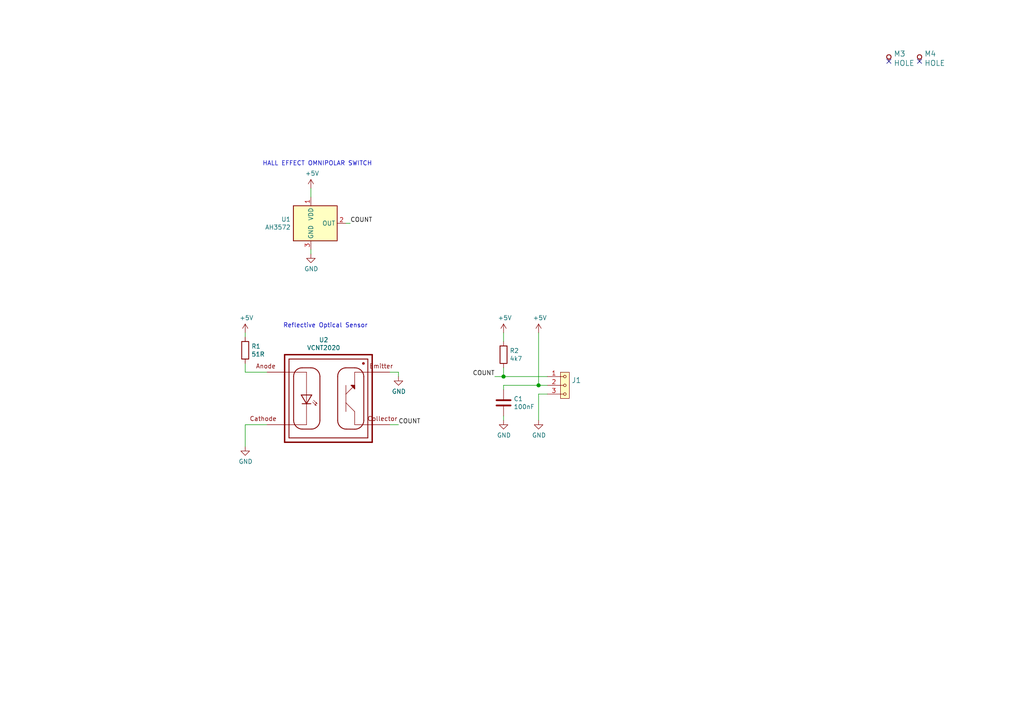
<source format=kicad_sch>
(kicad_sch (version 20210126) (generator eeschema)
  (paper "A4")
  (title_block (title "TFPROBE01A") (date "2021-01-23") (company "ThunderFly s.r.o.") (comment 1 "Omnipolar magnetic and \\n reflective optical probe") (comment 3 "Sensor for \\n TFRPM measuring device"))
  (lib_symbols
    (symbol "Device:C" (pin_numbers hide) (pin_names (offset 0.254))
      (property "Reference" "C" (at 0.635 2.54 0))
      (property "Value" "C" (at 0.635 -2.54 0))
      (symbol "C_0_1"
        (polyline (pts (xy -2.032 -0.762) (xy 2.032 -0.762)) (stroke (width 0.508)))
        (polyline (pts (xy -2.032 0.762) (xy 2.032 0.762)) (stroke (width 0.508)))
      )
      (symbol "C_1_1"
        (pin passive line (at 0 3.81 270) (length 2.794) (name "~") (number "1"))
        (pin passive line (at 0 -3.81 90) (length 2.794) (name "~") (number "2"))
      )
    )
    (symbol "Device:R" (pin_numbers hide) (pin_names (offset 0))
      (property "Reference" "R" (at 2.032 0 90))
      (property "Value" "R" (at 0 0 90))
      (symbol "R_0_1"
        (rectangle (start -1.016 -2.54) (end 1.016 2.54) (stroke (width 0.254)))
      )
      (symbol "R_1_1"
        (pin passive line (at 0 3.81 270) (length 1.27) (name "~") (number "1"))
        (pin passive line (at 0 -3.81 90) (length 1.27) (name "~") (number "2"))
      )
    )
    (symbol "MLAB_HEADER:HEADER_1x03" (pin_names (offset 1.016))
      (property "Reference" "J" (at 0 -5.08 0))
      (property "Value" "HEADER_1x03" (at 0 5.08 0))
      (symbol "HEADER_1x03_0_1"
        (circle (center 0 -2.54) (radius 0.381))
        (circle (center 0 0) (radius 0.381))
        (circle (center 0 2.54) (radius 0.381))
        (rectangle (start -1.27 3.81) (end 1.27 -3.81) (fill (type background)))
        (polyline (pts (xy -1.27 -2.54) (xy -0.381 -2.54)))
        (polyline (pts (xy -1.27 0) (xy -0.381 0)))
        (polyline (pts (xy -1.27 2.54) (xy -0.381 2.54)))
      )
      (symbol "HEADER_1x03_1_1"
        (pin input line (at -5.08 2.54 0) (length 3.81) (name "~") (number "1"))
        (pin input line (at -5.08 0 0) (length 3.81) (name "~") (number "2"))
        (pin input line (at -5.08 -2.54 0) (length 3.81) (name "~") (number "3"))
      )
    )
    (symbol "MLAB_IO:AH3572"
      (property "Reference" "U" (at 8.89 6.35 0))
      (property "Value" "AH3572" (at 8.89 3.81 0))
      (symbol "AH3572_0_1"
        (rectangle (start -5.08 5.08) (end 7.62 -5.08) (stroke (width 0.254)) (fill (type background)))
      )
      (symbol "AH3572_1_1"
        (pin power_in line (at 0 7.62 270) (length 2.54) (name "VDD") (number "1"))
        (pin output line (at 10.16 0 180) (length 2.54) (name "OUT") (number "2"))
        (pin power_in line (at 0 -7.62 90) (length 2.54) (name "GND") (number "3"))
      )
    )
    (symbol "MLAB_IO:VCNT2020" (pin_numbers hide) (pin_names (offset 1.016) hide)
      (property "Reference" "U" (at -12.7 13.462 0))
      (property "Value" "VCNT2020" (at -12.7 -15.24 0))
      (symbol "VCNT2020_0_0"
        (arc (start -10.2616 6.35) (end -7.6454 8.89) (radius (at -7.6962 6.3246) (length 2.5654) (angles 179 89)) (stroke (width 0.254)))
        (arc (start -7.6454 -8.9154) (end -10.2616 -6.35) (radius (at -7.6708 -6.3246) (length 2.5908) (angles -90 180)) (stroke (width 0.254)))
        (arc (start -2.6924 -6.3754) (end -5.2324 -8.89) (radius (at -5.207 -6.3754) (length 2.5146) (angles 0 -90)) (stroke (width 0.254)))
        (arc (start -5.0292 8.89) (end -2.6924 6.3246) (radius (at -5.1562 6.4262) (length 2.4638) (angles 87 -3)) (stroke (width 0.254)))
        (arc (start 4.9022 -8.89) (end 2.4638 -6.3246) (radius (at 4.9784 -6.3754) (length 2.5146) (angles -92 178)) (stroke (width 0.254)))
        (arc (start 2.4638 6.3754) (end 5.08 8.89) (radius (at 5.0292 6.3246) (length 2.5654) (angles 179 89)) (stroke (width 0.254)))
        (arc (start 10.0838 -6.2738) (end 7.5438 -8.89) (radius (at 7.5184 -6.3246) (length 2.5654) (angles 1 -89)) (stroke (width 0.254)))
        (arc (start 7.62 8.89) (end 10.0838 6.4262) (radius (at 7.62 6.4262) (length 2.4638) (angles 90 0)) (stroke (width 0.254)))
        (circle (center -10.16 10.16) (radius 0.127) (stroke (width 0.254)))
        (circle (center -10.16 10.16) (radius 0.254) (stroke (width 0.254)))
        (text "Anode" (at 15.24 8.636 0) (effects (font (size 1.27 1.27)) (justify left bottom)))
        (text "Cathode" (at 14.986 -6.604 0) (effects (font (size 1.27 1.27)) (justify left bottom)))
        (text "Collector" (at -20.066 -6.604 0) (effects (font (size 1.27 1.27)) (justify left bottom)))
        (text "Emitter" (at -18.796 8.636 0) (effects (font (size 1.27 1.27)) (justify left bottom)))
        (polyline (pts (xy -12.7 -12.7) (xy -12.7 -7.62)) (stroke (width 0.4064)))
        (polyline (pts (xy -12.7 -7.62) (xy -12.7 7.62)) (stroke (width 0.4064)))
        (polyline (pts (xy -12.7 -7.62) (xy -11.43 -7.62)) (stroke (width 0.1524)))
        (polyline (pts (xy -12.7 7.62) (xy -12.7 12.7)) (stroke (width 0.4064)))
        (polyline (pts (xy -12.7 7.62) (xy -11.43 7.62)) (stroke (width 0.1524)))
        (polyline (pts (xy -12.7 12.7) (xy 12.7 12.7)) (stroke (width 0.4064)))
        (polyline (pts (xy -11.43 -11.43) (xy 11.43 -11.43)) (stroke (width 0.254)))
        (polyline (pts (xy -11.43 -7.62) (xy -11.43 -11.43)) (stroke (width 0.254)))
        (polyline (pts (xy -11.43 -7.62) (xy -7.62 -7.62)) (stroke (width 0.1524)))
        (polyline (pts (xy -11.43 7.62) (xy -11.43 -7.62)) (stroke (width 0.254)))
        (polyline (pts (xy -11.43 7.62) (xy -7.62 7.62)) (stroke (width 0.1524)))
        (polyline (pts (xy -11.43 11.43) (xy -11.43 7.62)) (stroke (width 0.254)))
        (polyline (pts (xy -10.2616 -6.35) (xy -10.2616 6.35)) (stroke (width 0.254)))
        (polyline (pts (xy -7.6454 8.89) (xy -5.0292 8.89)) (stroke (width 0.254)))
        (polyline (pts (xy -7.62 -7.62) (xy -7.62 -3.81)) (stroke (width 0.1524)))
        (polyline (pts (xy -7.62 2.794) (xy -7.62 3.048)) (stroke (width 0.254)))
        (polyline (pts (xy -7.62 3.048) (xy -7.366 3.302)) (stroke (width 0.254)))
        (polyline (pts (xy -7.62 3.81) (xy -7.62 3.048)) (stroke (width 0.254)))
        (polyline (pts (xy -7.62 3.81) (xy -5.08 1.27)) (stroke (width 0.1524)))
        (polyline (pts (xy -7.62 7.62) (xy -7.62 3.81)) (stroke (width 0.1524)))
        (polyline (pts (xy -7.366 3.302) (xy -7.366 3.556)) (stroke (width 0.254)))
        (polyline (pts (xy -7.366 3.302) (xy -7.112 3.556)) (stroke (width 0.254)))
        (polyline (pts (xy -7.366 3.556) (xy -7.112 3.556)) (stroke (width 0.254)))
        (polyline (pts (xy -7.366 3.81) (xy -7.366 3.556)) (stroke (width 0.1524)))
        (polyline (pts (xy -7.112 3.556) (xy -6.858 3.81)) (stroke (width 0.254)))
        (polyline (pts (xy -7.112 3.81) (xy -7.62 3.81)) (stroke (width 0.254)))
        (polyline (pts (xy -7.112 3.81) (xy -7.366 3.81)) (stroke (width 0.1524)))
        (polyline (pts (xy -6.858 3.81) (xy -7.112 3.81)) (stroke (width 0.254)))
        (polyline (pts (xy -6.858 3.81) (xy -6.604 3.81)) (stroke (width 0.254)))
        (polyline (pts (xy -6.604 3.81) (xy -7.62 2.794)) (stroke (width 0.254)))
        (polyline (pts (xy -5.2324 -8.89) (xy -7.6454 -8.9154)) (stroke (width 0.254)))
        (polyline (pts (xy -5.08 -3.81) (xy -5.08 -1.27)) (stroke (width 0.1524)))
        (polyline (pts (xy -5.08 -1.27) (xy -7.62 -3.81)) (stroke (width 0.1524)))
        (polyline (pts (xy -5.08 1.27) (xy -5.08 -1.27)) (stroke (width 0.1524)))
        (polyline (pts (xy -5.08 1.27) (xy -5.08 3.81)) (stroke (width 0.1524)))
        (polyline (pts (xy -2.6924 6.3246) (xy -2.6924 -6.3754)) (stroke (width 0.254)))
        (polyline (pts (xy 2.4638 -6.3246) (xy 2.4638 6.3754)) (stroke (width 0.254)))
        (polyline (pts (xy 3.302 -1.524) (xy 3.4544 -1.1684)) (stroke (width 0.127)))
        (polyline (pts (xy 3.4544 -1.1684) (xy 3.683 -1.3716)) (stroke (width 0.127)))
        (polyline (pts (xy 3.556 -2.032) (xy 3.7084 -1.6764)) (stroke (width 0.127)))
        (polyline (pts (xy 3.683 -1.3716) (xy 3.302 -1.524)) (stroke (width 0.127)))
        (polyline (pts (xy 3.7084 -1.6764) (xy 3.937 -1.8796)) (stroke (width 0.127)))
        (polyline (pts (xy 3.937 -1.8796) (xy 3.556 -2.032)) (stroke (width 0.127)))
        (polyline (pts (xy 4.318 -0.508) (xy 3.302 -1.524)) (stroke (width 0.127)))
        (polyline (pts (xy 4.572 -1.016) (xy 3.556 -2.032)) (stroke (width 0.127)))
        (polyline (pts (xy 4.826 1.016) (xy 6.35 -1.524)) (stroke (width 0.254)))
        (polyline (pts (xy 5.08 8.89) (xy 7.62 8.89)) (stroke (width 0.254)))
        (polyline (pts (xy 6.35 -7.62) (xy 11.43 -7.62)) (stroke (width 0.1524)))
        (polyline (pts (xy 6.35 -1.524) (xy 5.08 -1.524)) (stroke (width 0.254)))
        (polyline (pts (xy 6.35 -1.524) (xy 7.62 -1.524)) (stroke (width 0.254)))
        (polyline (pts (xy 6.35 -1.524) (xy 7.874 1.016)) (stroke (width 0.254)))
        (polyline (pts (xy 6.35 7.62) (xy 6.35 -7.62)) (stroke (width 0.1524)))
        (polyline (pts (xy 7.5438 -8.89) (xy 4.9022 -8.89)) (stroke (width 0.254)))
        (polyline (pts (xy 7.874 1.016) (xy 4.826 1.016)) (stroke (width 0.254)))
        (polyline (pts (xy 10.0838 6.4262) (xy 10.0838 -6.2738)) (stroke (width 0.254)))
        (polyline (pts (xy 11.43 -11.43) (xy 11.43 -7.62)) (stroke (width 0.254)))
        (polyline (pts (xy 11.43 -7.62) (xy 11.43 7.62)) (stroke (width 0.254)))
        (polyline (pts (xy 11.43 -7.62) (xy 12.7 -7.62)) (stroke (width 0.1524)))
        (polyline (pts (xy 11.43 7.62) (xy 6.35 7.62)) (stroke (width 0.1524)))
        (polyline (pts (xy 11.43 7.62) (xy 11.43 11.43)) (stroke (width 0.254)))
        (polyline (pts (xy 11.43 7.62) (xy 12.7 7.62)) (stroke (width 0.1524)))
        (polyline (pts (xy 11.43 11.43) (xy -11.43 11.43)) (stroke (width 0.254)))
        (polyline (pts (xy 12.7 -12.7) (xy -12.7 -12.7)) (stroke (width 0.4064)))
        (polyline (pts (xy 12.7 -7.62) (xy 12.7 -12.7)) (stroke (width 0.4064)))
        (polyline (pts (xy 12.7 7.62) (xy 12.7 -7.62)) (stroke (width 0.4064)))
        (polyline (pts (xy 12.7 12.7) (xy 12.7 7.62)) (stroke (width 0.4064)))
        (pin passive line (at -17.78 7.62 0) (length 5.08) (name "~") (number "1"))
        (pin passive line (at -17.78 -7.62 0) (length 5.08) (name "~") (number "2"))
        (pin passive line (at 17.78 7.62 180) (length 5.08) (name "~") (number "3"))
        (pin passive line (at 17.78 -7.62 180) (length 5.08) (name "~") (number "4"))
      )
    )
    (symbol "MLAB_MECHANICAL:HOLE" (pin_numbers hide) (pin_names (offset 1.016) hide)
      (property "Reference" "M" (at 0 2.54 0))
      (property "Value" "HOLE" (at 0 -2.54 0))
      (symbol "HOLE_0_1"
        (circle (center 0 0) (radius 0.635) (stroke (width 0.254)))
      )
      (symbol "HOLE_1_1"
        (pin input line (at 1.27 0 180) (length 0.635) (name "~") (number "1"))
      )
    )
    (symbol "power:+5V" (power) (pin_names (offset 0))
      (property "Value" "+5V" (at 0 3.556 0))
      (symbol "+5V_0_1"
        (polyline (pts (xy -0.762 1.27) (xy 0 2.54)))
        (polyline (pts (xy 0 0) (xy 0 2.54)))
        (polyline (pts (xy 0 2.54) (xy 0.762 1.27)))
      )
      (symbol "+5V_1_1"
        (pin power_in line (at 0 0 90) (length 0) hide (name "+5V") (number "1"))
      )
    )
    (symbol "power:GND" (power) (pin_names (offset 0))
      (property "Value" "GND" (at 0 -3.81 0))
      (symbol "GND_0_1"
        (polyline (pts (xy 0 0) (xy 0 -1.27) (xy 1.27 -1.27) (xy 0 -2.54) (xy -1.27 -1.27) (xy 0 -1.27)))
      )
      (symbol "GND_1_1"
        (pin power_in line (at 0 0 270) (length 0) hide (name "GND") (number "1"))
      )
    )
  )
  (junction (at 146.05 109.22) (diameter 1.016))
  (junction (at 156.21 111.76) (diameter 1.016))
  (no_connect (at 257.81 17.78))
  (no_connect (at 266.7 17.78))
  (wire (pts (xy 71.12 96.52) (xy 71.12 97.79)))
  (wire (pts (xy 71.12 105.41) (xy 71.12 107.95)))
  (wire (pts (xy 71.12 107.95) (xy 77.47 107.95)))
  (wire (pts (xy 71.12 123.19) (xy 71.12 129.54)))
  (wire (pts (xy 77.47 123.19) (xy 71.12 123.19)))
  (wire (pts (xy 90.17 54.61) (xy 90.17 57.15)))
  (wire (pts (xy 90.17 72.39) (xy 90.17 73.66)))
  (wire (pts (xy 100.33 64.77) (xy 101.6 64.77)))
  (wire (pts (xy 113.03 107.95) (xy 115.57 107.95)))
  (wire (pts (xy 113.03 123.19) (xy 115.57 123.19)))
  (wire (pts (xy 115.57 107.95) (xy 115.57 109.22)))
  (wire (pts (xy 143.51 109.22) (xy 146.05 109.22)))
  (wire (pts (xy 146.05 96.52) (xy 146.05 99.06)))
  (wire (pts (xy 146.05 106.68) (xy 146.05 109.22)))
  (wire (pts (xy 146.05 109.22) (xy 158.75 109.22)))
  (wire (pts (xy 146.05 111.76) (xy 146.05 113.03)))
  (wire (pts (xy 146.05 120.65) (xy 146.05 121.92)))
  (wire (pts (xy 156.21 96.52) (xy 156.21 111.76)))
  (wire (pts (xy 156.21 111.76) (xy 146.05 111.76)))
  (wire (pts (xy 156.21 111.76) (xy 158.75 111.76)))
  (wire (pts (xy 156.21 114.3) (xy 156.21 121.92)))
  (wire (pts (xy 158.75 114.3) (xy 156.21 114.3)))
  (text "Reflective Optical Sensor" (at 106.68 95.25 180) (effects (font (size 1.27 1.27)) (justify right bottom)))
  (text "HALL EFFECT OMNIPOLAR SWITCH" (at 107.95 48.26 180) (effects (font (size 1.27 1.27)) (justify right bottom)))
  (label "COUNT" (at 101.6 64.77 0))
  (label "COUNT" (at 115.57 123.19 0))
  (label "COUNT" (at 143.51 109.22 180))
  (symbol (lib_id "MLAB_MECHANICAL:HOLE") (at 257.81 16.51 270) (unit 1)
    (property "Reference" "M3" (at 259.2071 15.6007 90) (effects (font (size 1.524 1.524)) (justify left)))
    (property "Value" "HOLE" (at 259.2071 18.3083 90) (effects (font (size 1.524 1.524)) (justify left)))
    (property "Footprint" "Mlab_Mechanical:dira_3mm" (effects hide))
  )
  (symbol (lib_id "MLAB_MECHANICAL:HOLE") (at 266.7 16.51 270) (unit 1)
    (property "Reference" "M4" (at 268.0971 15.6007 90) (effects (font (size 1.524 1.524)) (justify left)))
    (property "Value" "HOLE" (at 268.0971 18.3083 90) (effects (font (size 1.524 1.524)) (justify left)))
    (property "Footprint" "Mlab_Mechanical:dira_3mm" (effects hide))
  )
  (symbol (lib_id "power:+5V") (at 71.12 96.52 0) (unit 1)
    (property "Reference" "#PWR01" (effects hide))
    (property "Value" "+5V" (at 71.4883 92.1956 0))
  )
  (symbol (lib_id "power:+5V") (at 90.17 54.61 0) (unit 1)
    (property "Reference" "#PWR03" (effects hide))
    (property "Value" "+5V" (at 90.5383 50.2856 0))
  )
  (symbol (lib_id "power:+5V") (at 146.05 96.52 0) (unit 1)
    (property "Reference" "#PWR06" (effects hide))
    (property "Value" "+5V" (at 146.4183 92.1956 0))
  )
  (symbol (lib_id "power:+5V") (at 156.21 96.52 0) (unit 1)
    (property "Reference" "#PWR08" (effects hide))
    (property "Value" "+5V" (at 156.5783 92.1956 0))
  )
  (symbol (lib_id "power:GND") (at 71.12 129.54 0) (unit 1)
    (property "Reference" "#PWR02" (effects hide))
    (property "Value" "GND" (at 71.2343 133.8644 0))
  )
  (symbol (lib_id "power:GND") (at 90.17 73.66 0) (unit 1)
    (property "Reference" "#PWR04" (effects hide))
    (property "Value" "GND" (at 90.2843 77.9844 0))
  )
  (symbol (lib_id "power:GND") (at 115.57 109.22 0) (unit 1)
    (property "Reference" "#PWR05" (effects hide))
    (property "Value" "GND" (at 115.6843 113.5444 0))
  )
  (symbol (lib_id "power:GND") (at 146.05 121.92 0) (unit 1)
    (property "Reference" "#PWR07" (effects hide))
    (property "Value" "GND" (at 146.1643 126.2444 0))
  )
  (symbol (lib_id "power:GND") (at 156.21 121.92 0) (unit 1)
    (property "Reference" "#PWR09" (effects hide))
    (property "Value" "GND" (at 156.3243 126.2444 0))
  )
  (symbol (lib_id "Device:R") (at 71.12 101.6 0) (unit 1)
    (property "Reference" "R1" (at 72.8981 100.4506 0) (effects (justify left)))
    (property "Value" "51R" (at 72.898 102.749 0) (effects (justify left)))
    (property "Footprint" "Mlab_R:SMD-0603" (effects hide))
    (property "UST_ID" "5c70984512875079b91f8953" (effects hide))
  )
  (symbol (lib_id "Device:R") (at 146.05 102.87 0) (unit 1)
    (property "Reference" "R2" (at 147.8281 101.7206 0) (effects (justify left)))
    (property "Value" "4k7" (at 147.828 104.019 0) (effects (justify left)))
    (property "Footprint" "Mlab_R:SMD-0805" (effects hide))
    (property "UST_ID" "5c70984612875079b91f8995" (effects hide))
  )
  (symbol (lib_id "Device:C") (at 146.05 116.84 0) (unit 1)
    (property "Reference" "C1" (at 148.9711 115.6906 0) (effects (justify left)))
    (property "Value" "100nF" (at 148.971 117.989 0) (effects (justify left)))
    (property "Footprint" "Mlab_R:SMD-0603" (effects hide))
    (property "Datasheet" "~~" (effects hide))
    (property "UST_ID" "5c70984812875079b91f8bf2" (effects hide))
  )
  (symbol (lib_id "MLAB_HEADER:HEADER_1x03") (at 163.83 111.76 0) (unit 1)
    (property "Reference" "J1" (at 165.7351 110.2919 0) (effects (font (size 1.524 1.524)) (justify left)))
    (property "Value" "HEADER_1x03" (effects hide))
    (property "Footprint" "Mlab_Pin_Headers:Straight_1x03" (effects hide))
  )
  (symbol (lib_id "MLAB_IO:AH3572") (at 90.17 64.77 0) (unit 1)
    (property "Reference" "U1" (at 84.328 63.6206 0) (effects (justify right)))
    (property "Value" "AH3572" (at 84.328 65.9193 0) (effects (justify right)))
    (property "Footprint" "Package_TO_SOT_SMD:SOT-23" (effects hide))
    (property "Datasheet" "https://cz.mouser.com/datasheet/2/115/AH3572-1483253.pdf" (effects hide))
    (property "UST_ID" "5f9d011812875025b39777ea" (effects hide))
  )
  (symbol (lib_id "MLAB_IO:VCNT2020") (at 95.25 115.57 0) (mirror y) (unit 1)
    (property "Reference" "U2" (at 93.8704 98.5836 0))
    (property "Value" "VCNT2020" (at 93.8704 100.8823 0))
    (property "Footprint" "Mlab_IO:XDCR_VCNT2020" (effects hide))
    (property "Datasheet" "https://www.vishay.com/docs/84285/vcnt2020.pdf" (effects hide))
    (property "Field4" "Vishay" (effects hide))
    (property "Field5" "Manufacturer Recommendation" (effects hide))
    (property "UST_ID" "5f9d106a12875025b39777fa" (effects hide))
  )
)
</source>
